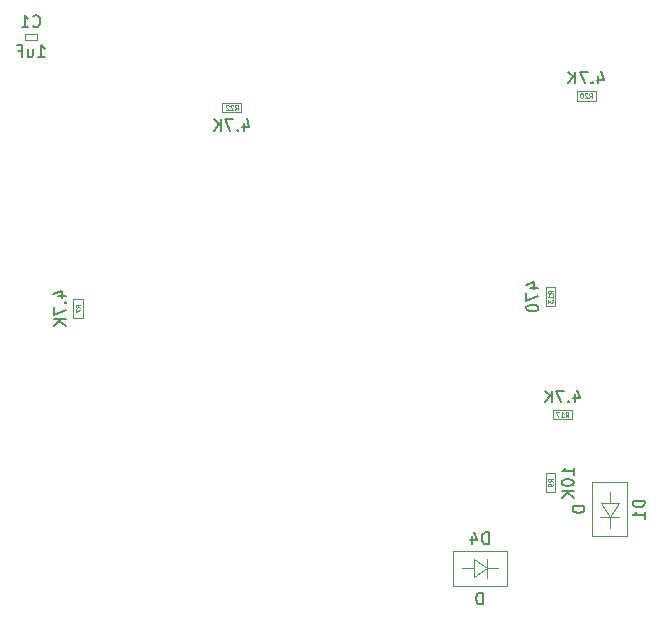
<source format=gbr>
G04 #@! TF.GenerationSoftware,KiCad,Pcbnew,(5.0.1)-3*
G04 #@! TF.CreationDate,2018-11-25T11:45:11-08:00*
G04 #@! TF.ProjectId,DashSight-Mezzanine-Card,4461736853696768742D4D657A7A616E,rev?*
G04 #@! TF.SameCoordinates,Original*
G04 #@! TF.FileFunction,Other,Fab,Bot*
%FSLAX46Y46*%
G04 Gerber Fmt 4.6, Leading zero omitted, Abs format (unit mm)*
G04 Created by KiCad (PCBNEW (5.0.1)-3) date 25/11/2018 11:45:11 AM*
%MOMM*%
%LPD*%
G01*
G04 APERTURE LIST*
%ADD10C,0.100000*%
%ADD11C,0.150000*%
%ADD12C,0.075000*%
G04 APERTURE END LIST*
D10*
G04 #@! TO.C,R9*
X173400000Y-105950000D02*
X172600000Y-105950000D01*
X173400000Y-107550000D02*
X173400000Y-105950000D01*
X172600000Y-107550000D02*
X173400000Y-107550000D01*
X172600000Y-105950000D02*
X172600000Y-107550000D01*
G04 #@! TO.C,C1*
X129500000Y-69250000D02*
X129500000Y-68750000D01*
X128500000Y-69250000D02*
X129500000Y-69250000D01*
X128500000Y-68750000D02*
X128500000Y-69250000D01*
X129500000Y-68750000D02*
X128500000Y-68750000D01*
G04 #@! TO.C,D4*
X164700000Y-115500000D02*
X169300000Y-115500000D01*
X169300000Y-115500000D02*
X169300000Y-112500000D01*
X164700000Y-112500000D02*
X164700000Y-115500000D01*
X164700000Y-112500000D02*
X169300000Y-112500000D01*
X167649440Y-114001020D02*
X168551140Y-114001020D01*
X166498820Y-114001020D02*
X165500600Y-114001020D01*
X167649440Y-113200920D02*
X167649440Y-114801120D01*
X166498820Y-114750320D02*
X166498820Y-113200920D01*
X167649440Y-114001020D02*
X166498820Y-114750320D01*
X167649440Y-114001020D02*
X166498820Y-113200920D01*
G04 #@! TO.C,D1*
X176500000Y-106700000D02*
X176500000Y-111300000D01*
X176500000Y-111300000D02*
X179500000Y-111300000D01*
X179500000Y-106700000D02*
X176500000Y-106700000D01*
X179500000Y-106700000D02*
X179500000Y-111300000D01*
X177998980Y-109649440D02*
X177998980Y-110551140D01*
X177998980Y-108498820D02*
X177998980Y-107500600D01*
X178799080Y-109649440D02*
X177198880Y-109649440D01*
X177249680Y-108498820D02*
X178799080Y-108498820D01*
X177998980Y-109649440D02*
X177249680Y-108498820D01*
X177998980Y-109649440D02*
X178799080Y-108498820D01*
G04 #@! TO.C,R20*
X175200000Y-73600000D02*
X175200000Y-74400000D01*
X176800000Y-73600000D02*
X175200000Y-73600000D01*
X176800000Y-74400000D02*
X176800000Y-73600000D01*
X175200000Y-74400000D02*
X176800000Y-74400000D01*
G04 #@! TO.C,R22*
X146800000Y-75400000D02*
X146800000Y-74600000D01*
X145200000Y-75400000D02*
X146800000Y-75400000D01*
X145200000Y-74600000D02*
X145200000Y-75400000D01*
X146800000Y-74600000D02*
X145200000Y-74600000D01*
G04 #@! TO.C,R13*
X172600000Y-91800000D02*
X173400000Y-91800000D01*
X172600000Y-90200000D02*
X172600000Y-91800000D01*
X173400000Y-90200000D02*
X172600000Y-90200000D01*
X173400000Y-91800000D02*
X173400000Y-90200000D01*
G04 #@! TO.C,R17*
X173200000Y-100600000D02*
X173200000Y-101400000D01*
X174800000Y-100600000D02*
X173200000Y-100600000D01*
X174800000Y-101400000D02*
X174800000Y-100600000D01*
X173200000Y-101400000D02*
X174800000Y-101400000D01*
G04 #@! TO.C,R7*
X132600000Y-92800000D02*
X133400000Y-92800000D01*
X132600000Y-91200000D02*
X132600000Y-92800000D01*
X133400000Y-91200000D02*
X132600000Y-91200000D01*
X133400000Y-92800000D02*
X133400000Y-91200000D01*
G04 #@! TD*
G04 #@! TO.C,R9*
D11*
X174952380Y-106059523D02*
X174952380Y-105488095D01*
X174952380Y-105773809D02*
X173952380Y-105773809D01*
X174095238Y-105678571D01*
X174190476Y-105583333D01*
X174238095Y-105488095D01*
X173952380Y-106678571D02*
X173952380Y-106773809D01*
X174000000Y-106869047D01*
X174047619Y-106916666D01*
X174142857Y-106964285D01*
X174333333Y-107011904D01*
X174571428Y-107011904D01*
X174761904Y-106964285D01*
X174857142Y-106916666D01*
X174904761Y-106869047D01*
X174952380Y-106773809D01*
X174952380Y-106678571D01*
X174904761Y-106583333D01*
X174857142Y-106535714D01*
X174761904Y-106488095D01*
X174571428Y-106440476D01*
X174333333Y-106440476D01*
X174142857Y-106488095D01*
X174047619Y-106535714D01*
X174000000Y-106583333D01*
X173952380Y-106678571D01*
X174952380Y-107440476D02*
X173952380Y-107440476D01*
X174952380Y-108011904D02*
X174380952Y-107583333D01*
X173952380Y-108011904D02*
X174523809Y-107440476D01*
D12*
X173180952Y-106683333D02*
X172990476Y-106550000D01*
X173180952Y-106454761D02*
X172780952Y-106454761D01*
X172780952Y-106607142D01*
X172800000Y-106645238D01*
X172819047Y-106664285D01*
X172857142Y-106683333D01*
X172914285Y-106683333D01*
X172952380Y-106664285D01*
X172971428Y-106645238D01*
X172990476Y-106607142D01*
X172990476Y-106454761D01*
X173180952Y-106873809D02*
X173180952Y-106950000D01*
X173161904Y-106988095D01*
X173142857Y-107007142D01*
X173085714Y-107045238D01*
X173009523Y-107064285D01*
X172857142Y-107064285D01*
X172819047Y-107045238D01*
X172800000Y-107026190D01*
X172780952Y-106988095D01*
X172780952Y-106911904D01*
X172800000Y-106873809D01*
X172819047Y-106854761D01*
X172857142Y-106835714D01*
X172952380Y-106835714D01*
X172990476Y-106854761D01*
X173009523Y-106873809D01*
X173028571Y-106911904D01*
X173028571Y-106988095D01*
X173009523Y-107026190D01*
X172990476Y-107045238D01*
X172952380Y-107064285D01*
G04 #@! TO.C,C1*
D11*
X129595238Y-70722380D02*
X130166666Y-70722380D01*
X129880952Y-70722380D02*
X129880952Y-69722380D01*
X129976190Y-69865238D01*
X130071428Y-69960476D01*
X130166666Y-70008095D01*
X128738095Y-70055714D02*
X128738095Y-70722380D01*
X129166666Y-70055714D02*
X129166666Y-70579523D01*
X129119047Y-70674761D01*
X129023809Y-70722380D01*
X128880952Y-70722380D01*
X128785714Y-70674761D01*
X128738095Y-70627142D01*
X127928571Y-70198571D02*
X128261904Y-70198571D01*
X128261904Y-70722380D02*
X128261904Y-69722380D01*
X127785714Y-69722380D01*
X129166666Y-68087142D02*
X129214285Y-68134761D01*
X129357142Y-68182380D01*
X129452380Y-68182380D01*
X129595238Y-68134761D01*
X129690476Y-68039523D01*
X129738095Y-67944285D01*
X129785714Y-67753809D01*
X129785714Y-67610952D01*
X129738095Y-67420476D01*
X129690476Y-67325238D01*
X129595238Y-67230000D01*
X129452380Y-67182380D01*
X129357142Y-67182380D01*
X129214285Y-67230000D01*
X129166666Y-67277619D01*
X128214285Y-68182380D02*
X128785714Y-68182380D01*
X128500000Y-68182380D02*
X128500000Y-67182380D01*
X128595238Y-67325238D01*
X128690476Y-67420476D01*
X128785714Y-67468095D01*
G04 #@! TO.C,D4*
X167261904Y-117052380D02*
X167261904Y-116052380D01*
X167023809Y-116052380D01*
X166880952Y-116100000D01*
X166785714Y-116195238D01*
X166738095Y-116290476D01*
X166690476Y-116480952D01*
X166690476Y-116623809D01*
X166738095Y-116814285D01*
X166785714Y-116909523D01*
X166880952Y-117004761D01*
X167023809Y-117052380D01*
X167261904Y-117052380D01*
X167738095Y-111952380D02*
X167738095Y-110952380D01*
X167500000Y-110952380D01*
X167357142Y-111000000D01*
X167261904Y-111095238D01*
X167214285Y-111190476D01*
X167166666Y-111380952D01*
X167166666Y-111523809D01*
X167214285Y-111714285D01*
X167261904Y-111809523D01*
X167357142Y-111904761D01*
X167500000Y-111952380D01*
X167738095Y-111952380D01*
X166309523Y-111285714D02*
X166309523Y-111952380D01*
X166547619Y-110904761D02*
X166785714Y-111619047D01*
X166166666Y-111619047D01*
G04 #@! TO.C,D1*
X175852380Y-108738095D02*
X174852380Y-108738095D01*
X174852380Y-108976190D01*
X174900000Y-109119047D01*
X174995238Y-109214285D01*
X175090476Y-109261904D01*
X175280952Y-109309523D01*
X175423809Y-109309523D01*
X175614285Y-109261904D01*
X175709523Y-109214285D01*
X175804761Y-109119047D01*
X175852380Y-108976190D01*
X175852380Y-108738095D01*
X180952380Y-108261904D02*
X179952380Y-108261904D01*
X179952380Y-108500000D01*
X180000000Y-108642857D01*
X180095238Y-108738095D01*
X180190476Y-108785714D01*
X180380952Y-108833333D01*
X180523809Y-108833333D01*
X180714285Y-108785714D01*
X180809523Y-108738095D01*
X180904761Y-108642857D01*
X180952380Y-108500000D01*
X180952380Y-108261904D01*
X180952380Y-109785714D02*
X180952380Y-109214285D01*
X180952380Y-109500000D02*
X179952380Y-109500000D01*
X180095238Y-109404761D01*
X180190476Y-109309523D01*
X180238095Y-109214285D01*
G04 #@! TO.C,R20*
X177023809Y-72285714D02*
X177023809Y-72952380D01*
X177261904Y-71904761D02*
X177500000Y-72619047D01*
X176880952Y-72619047D01*
X176500000Y-72857142D02*
X176452380Y-72904761D01*
X176500000Y-72952380D01*
X176547619Y-72904761D01*
X176500000Y-72857142D01*
X176500000Y-72952380D01*
X176119047Y-71952380D02*
X175452380Y-71952380D01*
X175880952Y-72952380D01*
X175071428Y-72952380D02*
X175071428Y-71952380D01*
X174500000Y-72952380D02*
X174928571Y-72380952D01*
X174500000Y-71952380D02*
X175071428Y-72523809D01*
D12*
X176257142Y-74180952D02*
X176390476Y-73990476D01*
X176485714Y-74180952D02*
X176485714Y-73780952D01*
X176333333Y-73780952D01*
X176295238Y-73800000D01*
X176276190Y-73819047D01*
X176257142Y-73857142D01*
X176257142Y-73914285D01*
X176276190Y-73952380D01*
X176295238Y-73971428D01*
X176333333Y-73990476D01*
X176485714Y-73990476D01*
X176104761Y-73819047D02*
X176085714Y-73800000D01*
X176047619Y-73780952D01*
X175952380Y-73780952D01*
X175914285Y-73800000D01*
X175895238Y-73819047D01*
X175876190Y-73857142D01*
X175876190Y-73895238D01*
X175895238Y-73952380D01*
X176123809Y-74180952D01*
X175876190Y-74180952D01*
X175628571Y-73780952D02*
X175590476Y-73780952D01*
X175552380Y-73800000D01*
X175533333Y-73819047D01*
X175514285Y-73857142D01*
X175495238Y-73933333D01*
X175495238Y-74028571D01*
X175514285Y-74104761D01*
X175533333Y-74142857D01*
X175552380Y-74161904D01*
X175590476Y-74180952D01*
X175628571Y-74180952D01*
X175666666Y-74161904D01*
X175685714Y-74142857D01*
X175704761Y-74104761D01*
X175723809Y-74028571D01*
X175723809Y-73933333D01*
X175704761Y-73857142D01*
X175685714Y-73819047D01*
X175666666Y-73800000D01*
X175628571Y-73780952D01*
G04 #@! TO.C,R22*
D11*
X147023809Y-76285714D02*
X147023809Y-76952380D01*
X147261904Y-75904761D02*
X147500000Y-76619047D01*
X146880952Y-76619047D01*
X146500000Y-76857142D02*
X146452380Y-76904761D01*
X146500000Y-76952380D01*
X146547619Y-76904761D01*
X146500000Y-76857142D01*
X146500000Y-76952380D01*
X146119047Y-75952380D02*
X145452380Y-75952380D01*
X145880952Y-76952380D01*
X145071428Y-76952380D02*
X145071428Y-75952380D01*
X144500000Y-76952380D02*
X144928571Y-76380952D01*
X144500000Y-75952380D02*
X145071428Y-76523809D01*
D12*
X146257142Y-75180952D02*
X146390476Y-74990476D01*
X146485714Y-75180952D02*
X146485714Y-74780952D01*
X146333333Y-74780952D01*
X146295238Y-74800000D01*
X146276190Y-74819047D01*
X146257142Y-74857142D01*
X146257142Y-74914285D01*
X146276190Y-74952380D01*
X146295238Y-74971428D01*
X146333333Y-74990476D01*
X146485714Y-74990476D01*
X146104761Y-74819047D02*
X146085714Y-74800000D01*
X146047619Y-74780952D01*
X145952380Y-74780952D01*
X145914285Y-74800000D01*
X145895238Y-74819047D01*
X145876190Y-74857142D01*
X145876190Y-74895238D01*
X145895238Y-74952380D01*
X146123809Y-75180952D01*
X145876190Y-75180952D01*
X145723809Y-74819047D02*
X145704761Y-74800000D01*
X145666666Y-74780952D01*
X145571428Y-74780952D01*
X145533333Y-74800000D01*
X145514285Y-74819047D01*
X145495238Y-74857142D01*
X145495238Y-74895238D01*
X145514285Y-74952380D01*
X145742857Y-75180952D01*
X145495238Y-75180952D01*
G04 #@! TO.C,R13*
D11*
X171285714Y-90238095D02*
X171952380Y-90238095D01*
X170904761Y-90000000D02*
X171619047Y-89761904D01*
X171619047Y-90380952D01*
X170952380Y-90666666D02*
X170952380Y-91333333D01*
X171952380Y-90904761D01*
X170952380Y-91904761D02*
X170952380Y-92000000D01*
X171000000Y-92095238D01*
X171047619Y-92142857D01*
X171142857Y-92190476D01*
X171333333Y-92238095D01*
X171571428Y-92238095D01*
X171761904Y-92190476D01*
X171857142Y-92142857D01*
X171904761Y-92095238D01*
X171952380Y-92000000D01*
X171952380Y-91904761D01*
X171904761Y-91809523D01*
X171857142Y-91761904D01*
X171761904Y-91714285D01*
X171571428Y-91666666D01*
X171333333Y-91666666D01*
X171142857Y-91714285D01*
X171047619Y-91761904D01*
X171000000Y-91809523D01*
X170952380Y-91904761D01*
D12*
X173180952Y-90742857D02*
X172990476Y-90609523D01*
X173180952Y-90514285D02*
X172780952Y-90514285D01*
X172780952Y-90666666D01*
X172800000Y-90704761D01*
X172819047Y-90723809D01*
X172857142Y-90742857D01*
X172914285Y-90742857D01*
X172952380Y-90723809D01*
X172971428Y-90704761D01*
X172990476Y-90666666D01*
X172990476Y-90514285D01*
X173180952Y-91123809D02*
X173180952Y-90895238D01*
X173180952Y-91009523D02*
X172780952Y-91009523D01*
X172838095Y-90971428D01*
X172876190Y-90933333D01*
X172895238Y-90895238D01*
X172780952Y-91257142D02*
X172780952Y-91504761D01*
X172933333Y-91371428D01*
X172933333Y-91428571D01*
X172952380Y-91466666D01*
X172971428Y-91485714D01*
X173009523Y-91504761D01*
X173104761Y-91504761D01*
X173142857Y-91485714D01*
X173161904Y-91466666D01*
X173180952Y-91428571D01*
X173180952Y-91314285D01*
X173161904Y-91276190D01*
X173142857Y-91257142D01*
G04 #@! TO.C,R17*
D11*
X175023809Y-99285714D02*
X175023809Y-99952380D01*
X175261904Y-98904761D02*
X175500000Y-99619047D01*
X174880952Y-99619047D01*
X174500000Y-99857142D02*
X174452380Y-99904761D01*
X174500000Y-99952380D01*
X174547619Y-99904761D01*
X174500000Y-99857142D01*
X174500000Y-99952380D01*
X174119047Y-98952380D02*
X173452380Y-98952380D01*
X173880952Y-99952380D01*
X173071428Y-99952380D02*
X173071428Y-98952380D01*
X172500000Y-99952380D02*
X172928571Y-99380952D01*
X172500000Y-98952380D02*
X173071428Y-99523809D01*
D12*
X174257142Y-101180952D02*
X174390476Y-100990476D01*
X174485714Y-101180952D02*
X174485714Y-100780952D01*
X174333333Y-100780952D01*
X174295238Y-100800000D01*
X174276190Y-100819047D01*
X174257142Y-100857142D01*
X174257142Y-100914285D01*
X174276190Y-100952380D01*
X174295238Y-100971428D01*
X174333333Y-100990476D01*
X174485714Y-100990476D01*
X173876190Y-101180952D02*
X174104761Y-101180952D01*
X173990476Y-101180952D02*
X173990476Y-100780952D01*
X174028571Y-100838095D01*
X174066666Y-100876190D01*
X174104761Y-100895238D01*
X173742857Y-100780952D02*
X173476190Y-100780952D01*
X173647619Y-101180952D01*
G04 #@! TO.C,R7*
D11*
X131285714Y-90976190D02*
X131952380Y-90976190D01*
X130904761Y-90738095D02*
X131619047Y-90500000D01*
X131619047Y-91119047D01*
X131857142Y-91500000D02*
X131904761Y-91547619D01*
X131952380Y-91500000D01*
X131904761Y-91452380D01*
X131857142Y-91500000D01*
X131952380Y-91500000D01*
X130952380Y-91880952D02*
X130952380Y-92547619D01*
X131952380Y-92119047D01*
X131952380Y-92928571D02*
X130952380Y-92928571D01*
X131952380Y-93500000D02*
X131380952Y-93071428D01*
X130952380Y-93500000D02*
X131523809Y-92928571D01*
D12*
X133180952Y-91933333D02*
X132990476Y-91800000D01*
X133180952Y-91704761D02*
X132780952Y-91704761D01*
X132780952Y-91857142D01*
X132800000Y-91895238D01*
X132819047Y-91914285D01*
X132857142Y-91933333D01*
X132914285Y-91933333D01*
X132952380Y-91914285D01*
X132971428Y-91895238D01*
X132990476Y-91857142D01*
X132990476Y-91704761D01*
X132780952Y-92066666D02*
X132780952Y-92333333D01*
X133180952Y-92161904D01*
G04 #@! TD*
M02*

</source>
